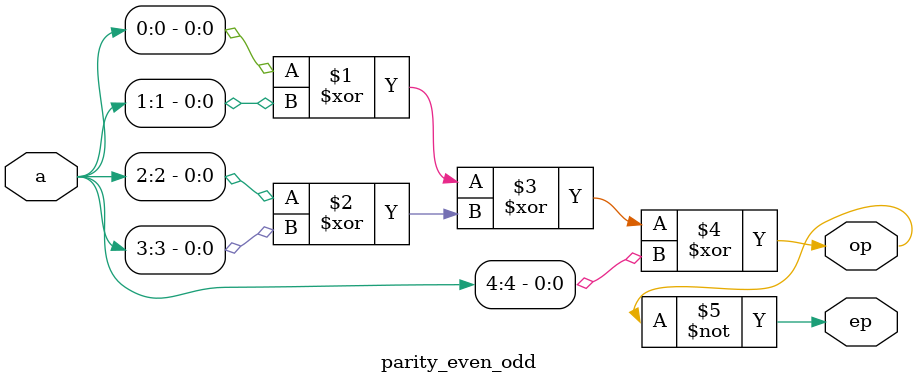
<source format=v>
`timescale 1ns / 1ps


module parity_even_odd(input[4:0]a,output ep,op);
assign op={(a[0]^a[1])^(a[2]^a[3])^(a[4])};
assign ep=~op;
endmodule

</source>
